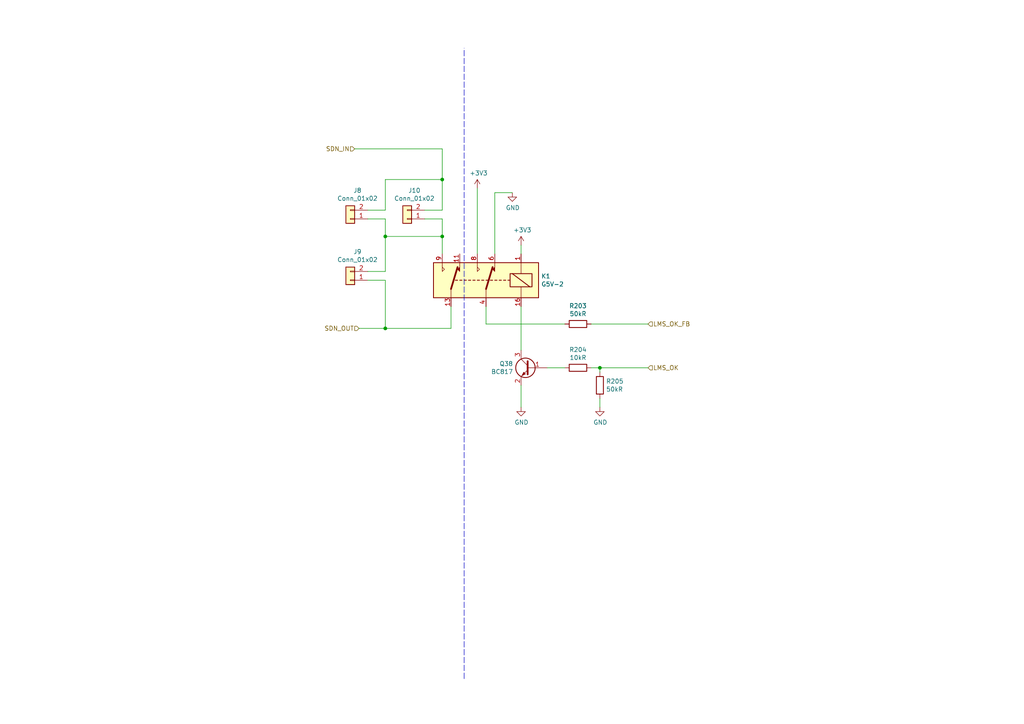
<source format=kicad_sch>
(kicad_sch (version 20211123) (generator eeschema)
  (paper "A4")
  (lib_symbols
    (symbol "+3v3_iso:+3V3_ISO" (power) (pin_names (offset 0))
      (property "Value" "+3V3_ISO" (at 0 3.556 0))
      (symbol "+3V3_ISO_0_1"
        (polyline (pts (xy -0.762 1.27) (xy 0 2.54)))
        (polyline (pts (xy 0 0) (xy 0 2.54)))
        (polyline (pts (xy 0 2.54) (xy 0.762 1.27)))
      )
      (symbol "+3V3_ISO_1_1"
        (pin power_in line (at 0 0 90) (length 0) hide (name "+3V3") (number "1"))
      )
    )
    (symbol "Connector_Generic:Conn_01x02" (pin_names (offset 1.016) hide)
      (property "Reference" "J" (at 0 2.54 0))
      (property "Value" "Conn_01x02" (at 0 -5.08 0))
      (symbol "Conn_01x02_1_1"
        (rectangle (start -1.27 -2.413) (end 0 -2.667) (stroke (width 0.1524)))
        (rectangle (start -1.27 0.127) (end 0 -0.127) (stroke (width 0.1524)))
        (rectangle (start -1.27 1.27) (end 1.27 -3.81) (stroke (width 0.254)) (fill (type background)))
        (pin passive line (at -5.08 0 0) (length 3.81) (name "Pin_1") (number "1"))
        (pin passive line (at -5.08 -2.54 0) (length 3.81) (name "Pin_2") (number "2"))
      )
    )
    (symbol "Device:R" (pin_numbers hide) (pin_names (offset 0))
      (property "Reference" "R" (at 2.032 0 90))
      (property "Value" "R" (at 0 0 90))
      (symbol "R_0_1"
        (rectangle (start -1.016 -2.54) (end 1.016 2.54) (stroke (width 0.254)))
      )
      (symbol "R_1_1"
        (pin passive line (at 0 3.81 270) (length 1.27) (name "~") (number "1"))
        (pin passive line (at 0 -3.81 90) (length 1.27) (name "~") (number "2"))
      )
    )
    (symbol "Relay:G5V-2"
      (property "Reference" "K" (at 16.51 3.81 0))
      (property "Value" "G5V-2" (at 16.51 1.27 0))
      (symbol "G5V-2_0_1"
        (rectangle (start -15.24 5.08) (end 15.24 -5.08) (stroke (width 0.254)) (fill (type background)))
        (rectangle (start -13.335 1.905) (end -6.985 -1.905) (stroke (width 0.254)))
        (polyline (pts (xy -12.7 -1.905) (xy -7.62 1.905)) (stroke (width 0.254)))
        (polyline (pts (xy -10.16 -5.08) (xy -10.16 -1.905)))
        (polyline (pts (xy -10.16 5.08) (xy -10.16 1.905)))
        (polyline (pts (xy -6.985 0) (xy -6.35 0)) (stroke (width 0.254)))
        (polyline (pts (xy -5.715 0) (xy -5.08 0)) (stroke (width 0.254)))
        (polyline (pts (xy -4.445 0) (xy -3.81 0)) (stroke (width 0.254)))
        (polyline (pts (xy -3.175 0) (xy -2.54 0)) (stroke (width 0.254)))
        (polyline (pts (xy -1.905 0) (xy -1.27 0)) (stroke (width 0.254)))
        (polyline (pts (xy -0.635 0) (xy 0 0)) (stroke (width 0.254)))
        (polyline (pts (xy 0 -2.54) (xy -1.905 3.81)) (stroke (width 0.508)))
        (polyline (pts (xy 0 -2.54) (xy 0 -5.08)))
        (polyline (pts (xy 0.635 0) (xy 1.27 0)) (stroke (width 0.254)))
        (polyline (pts (xy 1.905 0) (xy 2.54 0)) (stroke (width 0.254)))
        (polyline (pts (xy 3.175 0) (xy 3.81 0)) (stroke (width 0.254)))
        (polyline (pts (xy 4.445 0) (xy 5.08 0)) (stroke (width 0.254)))
        (polyline (pts (xy 5.715 0) (xy 6.35 0)) (stroke (width 0.254)))
        (polyline (pts (xy 6.985 0) (xy 7.62 0)) (stroke (width 0.254)))
        (polyline (pts (xy 8.255 0) (xy 8.89 0)) (stroke (width 0.254)))
        (polyline (pts (xy 10.16 -2.54) (xy 8.255 3.81)) (stroke (width 0.508)))
        (polyline (pts (xy 10.16 -2.54) (xy 10.16 -5.08)))
        (polyline (pts (xy -2.54 5.08) (xy -2.54 2.54) (xy -1.905 3.175) (xy -2.54 3.81)) (fill (type outline)))
        (polyline (pts (xy 2.54 5.08) (xy 2.54 2.54) (xy 1.905 3.175) (xy 2.54 3.81)))
        (polyline (pts (xy 7.62 5.08) (xy 7.62 2.54) (xy 8.255 3.175) (xy 7.62 3.81)) (fill (type outline)))
        (polyline (pts (xy 12.7 5.08) (xy 12.7 2.54) (xy 12.065 3.175) (xy 12.7 3.81)))
      )
      (symbol "G5V-2_1_1"
        (pin passive line (at -10.16 7.62 270) (length 2.54) (name "~") (number "1"))
        (pin passive line (at 7.62 7.62 270) (length 2.54) (name "~") (number "11"))
        (pin passive line (at 10.16 -7.62 90) (length 2.54) (name "~") (number "13"))
        (pin passive line (at -10.16 -7.62 90) (length 2.54) (name "~") (number "16"))
        (pin passive line (at 0 -7.62 90) (length 2.54) (name "~") (number "4"))
        (pin passive line (at -2.54 7.62 270) (length 2.54) (name "~") (number "6"))
        (pin passive line (at 2.54 7.62 270) (length 2.54) (name "~") (number "8"))
        (pin passive line (at 12.7 7.62 270) (length 2.54) (name "~") (number "9"))
      )
    )
    (symbol "Transistor_BJT:BC817" (pin_names (offset 0) hide)
      (property "Reference" "Q" (at 5.08 1.905 0))
      (property "Value" "BC817" (at 5.08 0 0))
      (symbol "BC817_0_1"
        (polyline (pts (xy 0.635 0.635) (xy 2.54 2.54)))
        (polyline (pts (xy 0.635 -0.635) (xy 2.54 -2.54) (xy 2.54 -2.54)))
        (polyline (pts (xy 0.635 1.905) (xy 0.635 -1.905) (xy 0.635 -1.905)) (stroke (width 0.508)))
        (polyline (pts (xy 1.27 -1.778) (xy 1.778 -1.27) (xy 2.286 -2.286) (xy 1.27 -1.778) (xy 1.27 -1.778)) (fill (type outline)))
        (circle (center 1.27 0) (radius 2.8194) (stroke (width 0.254)))
      )
      (symbol "BC817_1_1"
        (pin input line (at -5.08 0 0) (length 5.715) (name "B") (number "1"))
        (pin passive line (at 2.54 -5.08 90) (length 2.54) (name "E") (number "2"))
        (pin passive line (at 2.54 5.08 270) (length 2.54) (name "C") (number "3"))
      )
    )
    (symbol "gnd_iso:GND_ISO" (power) (pin_names (offset 0))
      (property "Value" "GND_ISO" (at 0 -3.81 0))
      (symbol "GND_ISO_0_1"
        (polyline (pts (xy 0 0) (xy 0 -1.27) (xy 1.27 -1.27) (xy 0 -2.54) (xy -1.27 -1.27) (xy 0 -1.27)))
      )
      (symbol "GND_ISO_1_1"
        (pin power_in line (at 0 0 270) (length 0) hide (name "GND") (number "1"))
      )
    )
  )
  (junction (at 111.76 95.25))
  (junction (at 128.27 68.58))
  (junction (at 128.27 52.07))
  (junction (at 111.76 68.58))
  (junction (at 173.99 106.68))
  (wire (pts (xy 163.83 93.98) (xy 140.97 93.98)))
  (wire (pts (xy 138.43 73.66) (xy 138.43 54.61)))
  (wire (pts (xy 111.76 78.74) (xy 111.76 68.58)))
  (wire (pts (xy 173.99 115.57) (xy 173.99 118.11)))
  (wire (pts (xy 151.13 88.9) (xy 151.13 101.6)))
  (wire (pts (xy 173.99 106.68) (xy 187.96 106.68)))
  (wire (pts (xy 140.97 93.98) (xy 140.97 88.9)))
  (wire (pts (xy 111.76 52.07) (xy 128.27 52.07)))
  (wire (pts (xy 123.19 60.96) (xy 128.27 60.96)))
  (wire (pts (xy 173.99 106.68) (xy 173.99 107.95)))
  (wire (pts (xy 111.76 68.58) (xy 128.27 68.58)))
  (wire (pts (xy 128.27 43.18) (xy 128.27 52.07)))
  (wire (pts (xy 111.76 95.25) (xy 130.81 95.25)))
  (polyline (pts (xy 134.62 196.85) (xy 134.62 13.97)))
  (wire (pts (xy 102.87 43.18) (xy 128.27 43.18)))
  (wire (pts (xy 143.51 55.88) (xy 148.59 55.88)))
  (wire (pts (xy 187.96 93.98) (xy 171.45 93.98)))
  (wire (pts (xy 106.68 81.28) (xy 111.76 81.28)))
  (wire (pts (xy 123.19 63.5) (xy 128.27 63.5)))
  (wire (pts (xy 163.83 106.68) (xy 158.75 106.68)))
  (wire (pts (xy 128.27 68.58) (xy 128.27 73.66)))
  (wire (pts (xy 104.14 95.25) (xy 111.76 95.25)))
  (wire (pts (xy 111.76 60.96) (xy 111.76 52.07)))
  (wire (pts (xy 128.27 63.5) (xy 128.27 68.58)))
  (wire (pts (xy 151.13 111.76) (xy 151.13 118.11)))
  (wire (pts (xy 130.81 88.9) (xy 130.81 95.25)))
  (wire (pts (xy 106.68 60.96) (xy 111.76 60.96)))
  (wire (pts (xy 171.45 106.68) (xy 173.99 106.68)))
  (wire (pts (xy 128.27 52.07) (xy 128.27 60.96)))
  (wire (pts (xy 151.13 71.12) (xy 151.13 73.66)))
  (wire (pts (xy 106.68 78.74) (xy 111.76 78.74)))
  (wire (pts (xy 143.51 55.88) (xy 143.51 73.66)))
  (wire (pts (xy 106.68 63.5) (xy 111.76 63.5)))
  (wire (pts (xy 111.76 81.28) (xy 111.76 95.25)))
  (wire (pts (xy 111.76 63.5) (xy 111.76 68.58)))
  (hierarchical_label "SDN_OUT" (shape input) (at 104.14 95.25 180))
  (hierarchical_label "LMS_OK" (shape input) (at 187.96 106.68 0))
  (hierarchical_label "LMS_OK_FB" (shape input) (at 187.96 93.98 0))
  (hierarchical_label "SDN_IN" (shape input) (at 102.87 43.18 180))
  (symbol (lib_id "Transistor_BJT:BC817") (at 153.67 106.68 0) (mirror y) (unit 1)
    (property "Reference" "Q38" (at 148.8186 105.5116 0) (effects (justify left)))
    (property "Value" "BC817" (at 148.8186 107.823 0) (effects (justify left)))
    (property "Footprint" "Package_TO_SOT_SMD:SOT-23" (effects hide))
    (property "Datasheet" "https://www.onsemi.com/pub/Collateral/BC818-D.pdf" (effects hide))
    (property "Manufacturer" "Nexperia" (effects hide))
    (property "Mouser Part Number" "771-BC817-40-T/R" (effects hide))
    (property "Mouser URL" "https://au.mouser.com/ProductDetail/Nexperia/BC817-40215?qs=sGAEpiMZZMt46bMQRT2SLrMI6Lc%252BSQ0xVQ67Chgc3gU%3D" (effects hide))
    (property "Part Number" "BC817" (effects hide))
  )
  (symbol (lib_id "Device:R") (at 167.64 106.68 270) (unit 1)
    (property "Reference" "R204" (at 167.64 101.4222 90))
    (property "Value" "10kR" (at 167.64 103.7336 90))
    (property "Footprint" "Resistor_SMD:R_0603_1608Metric_Pad0.98x0.95mm_HandSolder" (effects hide))
  )
  (symbol (lib_id "Device:R") (at 173.99 111.76 180) (unit 1)
    (property "Reference" "R205" (at 175.768 110.5916 0) (effects (justify right)))
    (property "Value" "50kR" (at 175.768 112.903 0) (effects (justify right)))
    (property "Footprint" "Resistor_SMD:R_0603_1608Metric_Pad0.98x0.95mm_HandSolder" (effects hide))
  )
  (symbol (lib_id "Relay:G5V-2") (at 140.97 81.28 0) (mirror y) (unit 1)
    (property "Reference" "K1" (at 156.972 80.1116 0) (effects (justify right)))
    (property "Value" "G5V-2" (at 156.972 82.423 0) (effects (justify right)))
    (property "Footprint" "Relay_THT:Relay_DPDT_Omron_G5V-2" (effects hide))
    (property "Datasheet" "http://omronfs.omron.com/en_US/ecb/products/pdf/en-g5v_2.pdf" (effects hide))
    (property "Manufacturer" "Omron" (effects hide))
    (property "Mouser Part Number" "653-G5V-2-H1-DC12" (effects hide))
    (property "Mouser URL" "https://au.mouser.com/ProductDetail/Omron-Electronics/G5V-2-H1-DC12?qs=SXIVkn%252Bm38kUovfCr9o1Dw%3D%3D" (effects hide))
    (property "Part Number" "G5V-2-H1-DC12" (effects hide))
  )
  (symbol (lib_id "Connector_Generic:Conn_01x02") (at 118.11 63.5 180) (unit 1)
    (property "Reference" "J10" (at 120.1928 55.245 0))
    (property "Value" "Conn_01x02" (at 120.1928 57.5564 0))
    (property "Footprint" "Connector_PinHeader_2.54mm:PinHeader_1x02_P2.54mm_Vertical" (effects hide))
  )
  (symbol (lib_id "+3v3_iso:+3V3_ISO") (at 138.43 54.61 0) (unit 1)
    (property "Reference" "#PWR066" (effects hide))
    (property "Value" "+3V3_ISO" (at 138.811 50.2158 0))
  )
  (symbol (lib_id "gnd_iso:GND_ISO") (at 151.13 118.11 0) (unit 1)
    (property "Reference" "#PWR069" (effects hide))
    (property "Value" "GND_ISO" (at 151.257 122.5042 0))
  )
  (symbol (lib_id "gnd_iso:GND_ISO") (at 173.99 118.11 0) (unit 1)
    (property "Reference" "#PWR070" (effects hide))
    (property "Value" "GND_ISO" (at 174.117 122.5042 0))
  )
  (symbol (lib_id "Device:R") (at 167.64 93.98 270) (unit 1)
    (property "Reference" "R203" (at 167.64 88.7222 90))
    (property "Value" "50kR" (at 167.64 91.0336 90))
    (property "Footprint" "Resistor_SMD:R_0603_1608Metric_Pad0.98x0.95mm_HandSolder" (effects hide))
  )
  (symbol (lib_id "gnd_iso:GND_ISO") (at 148.59 55.88 0) (unit 1)
    (property "Reference" "#PWR067" (effects hide))
    (property "Value" "GND_ISO" (at 148.717 60.2742 0))
  )
  (symbol (lib_id "+3v3_iso:+3V3_ISO") (at 151.13 71.12 0) (unit 1)
    (property "Reference" "#PWR068" (effects hide))
    (property "Value" "+3V3_ISO" (at 151.511 66.7258 0))
  )
  (symbol (lib_id "Connector_Generic:Conn_01x02") (at 101.6 63.5 180) (unit 1)
    (property "Reference" "J8" (at 103.6828 55.245 0))
    (property "Value" "Conn_01x02" (at 103.6828 57.5564 0))
    (property "Footprint" "Connector_PinHeader_2.54mm:PinHeader_1x02_P2.54mm_Vertical" (effects hide))
  )
  (symbol (lib_id "Connector_Generic:Conn_01x02") (at 101.6 81.28 180) (unit 1)
    (property "Reference" "J9" (at 103.6828 73.025 0))
    (property "Value" "Conn_01x02" (at 103.6828 75.3364 0))
    (property "Footprint" "Connector_PinHeader_2.54mm:PinHeader_1x02_P2.54mm_Vertical" (effects hide))
  )
)
</source>
